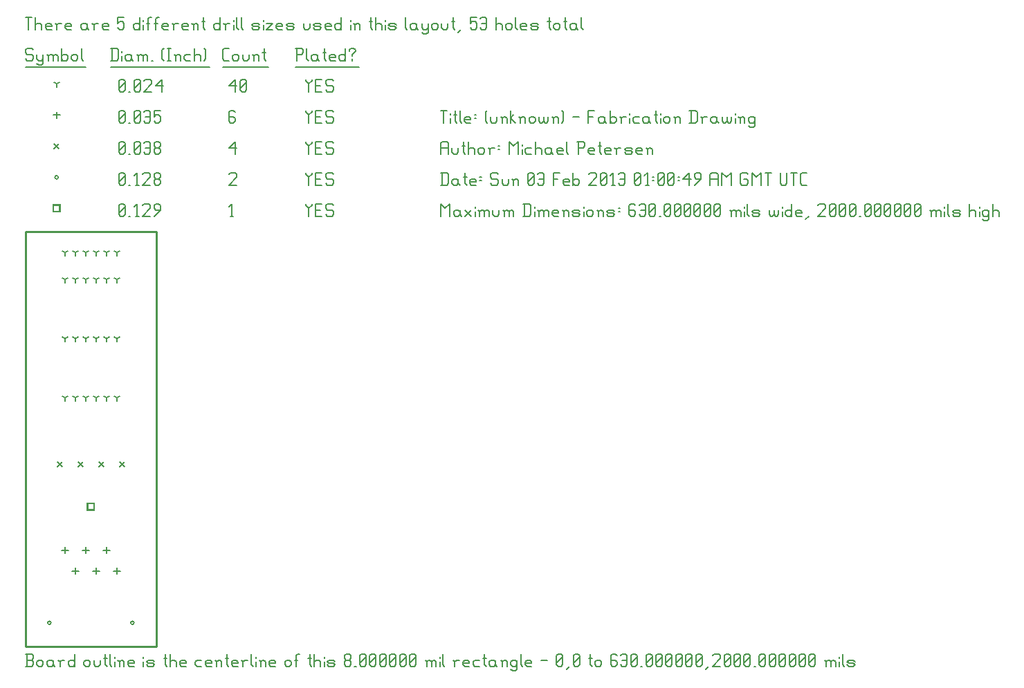
<source format=gbr>
G04 start of page 10 for group -3984 idx -3984 *
G04 Title: (unknown), fab *
G04 Creator: pcb 20110918 *
G04 CreationDate: Sun 03 Feb 2013 01:00:49 AM GMT UTC *
G04 For: petersen *
G04 Format: Gerber/RS-274X *
G04 PCB-Dimensions: 63000 200000 *
G04 PCB-Coordinate-Origin: lower left *
%MOIN*%
%FSLAX25Y25*%
%LNFAB*%
%ADD61C,0.0100*%
%ADD60C,0.0060*%
%ADD59R,0.0080X0.0080*%
G54D59*X29900Y69100D02*X33100D01*
X29900D02*Y65900D01*
X33100D01*
Y69100D02*Y65900D01*
X13400Y212850D02*X16600D01*
X13400D02*Y209650D01*
X16600D01*
Y212850D02*Y209650D01*
G54D60*X135000Y213500D02*Y212750D01*
X136500Y211250D01*
X138000Y212750D01*
Y213500D02*Y212750D01*
X136500Y211250D02*Y207500D01*
X139800Y210500D02*X142050D01*
X139800Y207500D02*X142800D01*
X139800Y213500D02*Y207500D01*
Y213500D02*X142800D01*
X147600D02*X148350Y212750D01*
X145350Y213500D02*X147600D01*
X144600Y212750D02*X145350Y213500D01*
X144600Y212750D02*Y211250D01*
X145350Y210500D01*
X147600D01*
X148350Y209750D01*
Y208250D01*
X147600Y207500D02*X148350Y208250D01*
X145350Y207500D02*X147600D01*
X144600Y208250D02*X145350Y207500D01*
X98750D02*X100250D01*
X99500Y213500D02*Y207500D01*
X98000Y212000D02*X99500Y213500D01*
X45000Y208250D02*X45750Y207500D01*
X45000Y212750D02*Y208250D01*
Y212750D02*X45750Y213500D01*
X47250D01*
X48000Y212750D01*
Y208250D01*
X47250Y207500D02*X48000Y208250D01*
X45750Y207500D02*X47250D01*
X45000Y209000D02*X48000Y212000D01*
X49800Y207500D02*X50550D01*
X53100D02*X54600D01*
X53850Y213500D02*Y207500D01*
X52350Y212000D02*X53850Y213500D01*
X56400Y212750D02*X57150Y213500D01*
X59400D01*
X60150Y212750D01*
Y211250D01*
X56400Y207500D02*X60150Y211250D01*
X56400Y207500D02*X60150D01*
X61950D02*X64950Y210500D01*
Y212750D02*Y210500D01*
X64200Y213500D02*X64950Y212750D01*
X62700Y213500D02*X64200D01*
X61950Y212750D02*X62700Y213500D01*
X61950Y212750D02*Y211250D01*
X62700Y210500D01*
X64950D01*
X10700Y11500D02*G75*G03X12300Y11500I800J0D01*G01*
G75*G03X10700Y11500I-800J0D01*G01*
X50700D02*G75*G03X52300Y11500I800J0D01*G01*
G75*G03X50700Y11500I-800J0D01*G01*
X14200Y226250D02*G75*G03X15800Y226250I800J0D01*G01*
G75*G03X14200Y226250I-800J0D01*G01*
X135000Y228500D02*Y227750D01*
X136500Y226250D01*
X138000Y227750D01*
Y228500D02*Y227750D01*
X136500Y226250D02*Y222500D01*
X139800Y225500D02*X142050D01*
X139800Y222500D02*X142800D01*
X139800Y228500D02*Y222500D01*
Y228500D02*X142800D01*
X147600D02*X148350Y227750D01*
X145350Y228500D02*X147600D01*
X144600Y227750D02*X145350Y228500D01*
X144600Y227750D02*Y226250D01*
X145350Y225500D01*
X147600D01*
X148350Y224750D01*
Y223250D01*
X147600Y222500D02*X148350Y223250D01*
X145350Y222500D02*X147600D01*
X144600Y223250D02*X145350Y222500D01*
X98000Y227750D02*X98750Y228500D01*
X101000D01*
X101750Y227750D01*
Y226250D01*
X98000Y222500D02*X101750Y226250D01*
X98000Y222500D02*X101750D01*
X45000Y223250D02*X45750Y222500D01*
X45000Y227750D02*Y223250D01*
Y227750D02*X45750Y228500D01*
X47250D01*
X48000Y227750D01*
Y223250D01*
X47250Y222500D02*X48000Y223250D01*
X45750Y222500D02*X47250D01*
X45000Y224000D02*X48000Y227000D01*
X49800Y222500D02*X50550D01*
X53100D02*X54600D01*
X53850Y228500D02*Y222500D01*
X52350Y227000D02*X53850Y228500D01*
X56400Y227750D02*X57150Y228500D01*
X59400D01*
X60150Y227750D01*
Y226250D01*
X56400Y222500D02*X60150Y226250D01*
X56400Y222500D02*X60150D01*
X61950Y223250D02*X62700Y222500D01*
X61950Y224750D02*Y223250D01*
Y224750D02*X62700Y225500D01*
X64200D01*
X64950Y224750D01*
Y223250D01*
X64200Y222500D02*X64950Y223250D01*
X62700Y222500D02*X64200D01*
X61950Y226250D02*X62700Y225500D01*
X61950Y227750D02*Y226250D01*
Y227750D02*X62700Y228500D01*
X64200D01*
X64950Y227750D01*
Y226250D01*
X64200Y225500D02*X64950Y226250D01*
X15300Y89200D02*X17700Y86800D01*
X15300D02*X17700Y89200D01*
X25300D02*X27700Y86800D01*
X25300D02*X27700Y89200D01*
X35300D02*X37700Y86800D01*
X35300D02*X37700Y89200D01*
X45300D02*X47700Y86800D01*
X45300D02*X47700Y89200D01*
X13800Y242450D02*X16200Y240050D01*
X13800D02*X16200Y242450D01*
X135000Y243500D02*Y242750D01*
X136500Y241250D01*
X138000Y242750D01*
Y243500D02*Y242750D01*
X136500Y241250D02*Y237500D01*
X139800Y240500D02*X142050D01*
X139800Y237500D02*X142800D01*
X139800Y243500D02*Y237500D01*
Y243500D02*X142800D01*
X147600D02*X148350Y242750D01*
X145350Y243500D02*X147600D01*
X144600Y242750D02*X145350Y243500D01*
X144600Y242750D02*Y241250D01*
X145350Y240500D01*
X147600D01*
X148350Y239750D01*
Y238250D01*
X147600Y237500D02*X148350Y238250D01*
X145350Y237500D02*X147600D01*
X144600Y238250D02*X145350Y237500D01*
X98000Y240500D02*X101000Y243500D01*
X98000Y240500D02*X101750D01*
X101000Y243500D02*Y237500D01*
X45000Y238250D02*X45750Y237500D01*
X45000Y242750D02*Y238250D01*
Y242750D02*X45750Y243500D01*
X47250D01*
X48000Y242750D01*
Y238250D01*
X47250Y237500D02*X48000Y238250D01*
X45750Y237500D02*X47250D01*
X45000Y239000D02*X48000Y242000D01*
X49800Y237500D02*X50550D01*
X52350Y238250D02*X53100Y237500D01*
X52350Y242750D02*Y238250D01*
Y242750D02*X53100Y243500D01*
X54600D01*
X55350Y242750D01*
Y238250D01*
X54600Y237500D02*X55350Y238250D01*
X53100Y237500D02*X54600D01*
X52350Y239000D02*X55350Y242000D01*
X57150Y242750D02*X57900Y243500D01*
X59400D01*
X60150Y242750D01*
Y238250D01*
X59400Y237500D02*X60150Y238250D01*
X57900Y237500D02*X59400D01*
X57150Y238250D02*X57900Y237500D01*
Y240500D02*X60150D01*
X61950Y238250D02*X62700Y237500D01*
X61950Y239750D02*Y238250D01*
Y239750D02*X62700Y240500D01*
X64200D01*
X64950Y239750D01*
Y238250D01*
X64200Y237500D02*X64950Y238250D01*
X62700Y237500D02*X64200D01*
X61950Y241250D02*X62700Y240500D01*
X61950Y242750D02*Y241250D01*
Y242750D02*X62700Y243500D01*
X64200D01*
X64950Y242750D01*
Y241250D01*
X64200Y240500D02*X64950Y241250D01*
X19000Y48100D02*Y44900D01*
X17400Y46500D02*X20600D01*
X24000Y38100D02*Y34900D01*
X22400Y36500D02*X25600D01*
X29000Y48100D02*Y44900D01*
X27400Y46500D02*X30600D01*
X34000Y38100D02*Y34900D01*
X32400Y36500D02*X35600D01*
X39000Y48100D02*Y44900D01*
X37400Y46500D02*X40600D01*
X44000Y38100D02*Y34900D01*
X42400Y36500D02*X45600D01*
X15000Y257850D02*Y254650D01*
X13400Y256250D02*X16600D01*
X135000Y258500D02*Y257750D01*
X136500Y256250D01*
X138000Y257750D01*
Y258500D02*Y257750D01*
X136500Y256250D02*Y252500D01*
X139800Y255500D02*X142050D01*
X139800Y252500D02*X142800D01*
X139800Y258500D02*Y252500D01*
Y258500D02*X142800D01*
X147600D02*X148350Y257750D01*
X145350Y258500D02*X147600D01*
X144600Y257750D02*X145350Y258500D01*
X144600Y257750D02*Y256250D01*
X145350Y255500D01*
X147600D01*
X148350Y254750D01*
Y253250D01*
X147600Y252500D02*X148350Y253250D01*
X145350Y252500D02*X147600D01*
X144600Y253250D02*X145350Y252500D01*
X100250Y258500D02*X101000Y257750D01*
X98750Y258500D02*X100250D01*
X98000Y257750D02*X98750Y258500D01*
X98000Y257750D02*Y253250D01*
X98750Y252500D01*
X100250Y255500D02*X101000Y254750D01*
X98000Y255500D02*X100250D01*
X98750Y252500D02*X100250D01*
X101000Y253250D01*
Y254750D02*Y253250D01*
X45000D02*X45750Y252500D01*
X45000Y257750D02*Y253250D01*
Y257750D02*X45750Y258500D01*
X47250D01*
X48000Y257750D01*
Y253250D01*
X47250Y252500D02*X48000Y253250D01*
X45750Y252500D02*X47250D01*
X45000Y254000D02*X48000Y257000D01*
X49800Y252500D02*X50550D01*
X52350Y253250D02*X53100Y252500D01*
X52350Y257750D02*Y253250D01*
Y257750D02*X53100Y258500D01*
X54600D01*
X55350Y257750D01*
Y253250D01*
X54600Y252500D02*X55350Y253250D01*
X53100Y252500D02*X54600D01*
X52350Y254000D02*X55350Y257000D01*
X57150Y257750D02*X57900Y258500D01*
X59400D01*
X60150Y257750D01*
Y253250D01*
X59400Y252500D02*X60150Y253250D01*
X57900Y252500D02*X59400D01*
X57150Y253250D02*X57900Y252500D01*
Y255500D02*X60150D01*
X61950Y258500D02*X64950D01*
X61950D02*Y255500D01*
X62700Y256250D01*
X64200D01*
X64950Y255500D01*
Y253250D01*
X64200Y252500D02*X64950Y253250D01*
X62700Y252500D02*X64200D01*
X61950Y253250D02*X62700Y252500D01*
X24000Y190000D02*Y188400D01*
Y190000D02*X25387Y190800D01*
X24000Y190000D02*X22613Y190800D01*
X29000Y190000D02*Y188400D01*
Y190000D02*X30387Y190800D01*
X29000Y190000D02*X27613Y190800D01*
X34000Y190000D02*Y188400D01*
Y190000D02*X35387Y190800D01*
X34000Y190000D02*X32613Y190800D01*
X39000Y190000D02*Y188400D01*
Y190000D02*X40387Y190800D01*
X39000Y190000D02*X37613Y190800D01*
X24000Y120000D02*Y118400D01*
Y120000D02*X25387Y120800D01*
X24000Y120000D02*X22613Y120800D01*
X29000Y120000D02*Y118400D01*
Y120000D02*X30387Y120800D01*
X29000Y120000D02*X27613Y120800D01*
X34000Y120000D02*Y118400D01*
Y120000D02*X35387Y120800D01*
X34000Y120000D02*X32613Y120800D01*
X39000Y120000D02*Y118400D01*
Y120000D02*X40387Y120800D01*
X39000Y120000D02*X37613Y120800D01*
X24000Y177000D02*Y175400D01*
Y177000D02*X25387Y177800D01*
X24000Y177000D02*X22613Y177800D01*
X29000Y177000D02*Y175400D01*
Y177000D02*X30387Y177800D01*
X29000Y177000D02*X27613Y177800D01*
X34000Y177000D02*Y175400D01*
Y177000D02*X35387Y177800D01*
X34000Y177000D02*X32613Y177800D01*
X39000Y177000D02*Y175400D01*
Y177000D02*X40387Y177800D01*
X39000Y177000D02*X37613Y177800D01*
X24000Y148500D02*Y146900D01*
Y148500D02*X25387Y149300D01*
X24000Y148500D02*X22613Y149300D01*
X29000Y148500D02*Y146900D01*
Y148500D02*X30387Y149300D01*
X29000Y148500D02*X27613Y149300D01*
X34000Y148500D02*Y146900D01*
Y148500D02*X35387Y149300D01*
X34000Y148500D02*X32613Y149300D01*
X39000Y148500D02*Y146900D01*
Y148500D02*X40387Y149300D01*
X39000Y148500D02*X37613Y149300D01*
X19000Y190000D02*Y188400D01*
Y190000D02*X20387Y190800D01*
X19000Y190000D02*X17613Y190800D01*
X24000Y190000D02*Y188400D01*
Y190000D02*X25387Y190800D01*
X24000Y190000D02*X22613Y190800D01*
X29000Y190000D02*Y188400D01*
Y190000D02*X30387Y190800D01*
X29000Y190000D02*X27613Y190800D01*
X34000Y190000D02*Y188400D01*
Y190000D02*X35387Y190800D01*
X34000Y190000D02*X32613Y190800D01*
X39000Y190000D02*Y188400D01*
Y190000D02*X40387Y190800D01*
X39000Y190000D02*X37613Y190800D01*
X44000Y190000D02*Y188400D01*
Y190000D02*X45387Y190800D01*
X44000Y190000D02*X42613Y190800D01*
X19000Y148500D02*Y146900D01*
Y148500D02*X20387Y149300D01*
X19000Y148500D02*X17613Y149300D01*
X24000Y148500D02*Y146900D01*
Y148500D02*X25387Y149300D01*
X24000Y148500D02*X22613Y149300D01*
X29000Y148500D02*Y146900D01*
Y148500D02*X30387Y149300D01*
X29000Y148500D02*X27613Y149300D01*
X34000Y148500D02*Y146900D01*
Y148500D02*X35387Y149300D01*
X34000Y148500D02*X32613Y149300D01*
X39000Y148500D02*Y146900D01*
Y148500D02*X40387Y149300D01*
X39000Y148500D02*X37613Y149300D01*
X44000Y148500D02*Y146900D01*
Y148500D02*X45387Y149300D01*
X44000Y148500D02*X42613Y149300D01*
X19000Y120000D02*Y118400D01*
Y120000D02*X20387Y120800D01*
X19000Y120000D02*X17613Y120800D01*
X24000Y120000D02*Y118400D01*
Y120000D02*X25387Y120800D01*
X24000Y120000D02*X22613Y120800D01*
X29000Y120000D02*Y118400D01*
Y120000D02*X30387Y120800D01*
X29000Y120000D02*X27613Y120800D01*
X34000Y120000D02*Y118400D01*
Y120000D02*X35387Y120800D01*
X34000Y120000D02*X32613Y120800D01*
X39000Y120000D02*Y118400D01*
Y120000D02*X40387Y120800D01*
X39000Y120000D02*X37613Y120800D01*
X44000Y120000D02*Y118400D01*
Y120000D02*X45387Y120800D01*
X44000Y120000D02*X42613Y120800D01*
X19000Y177000D02*Y175400D01*
Y177000D02*X20387Y177800D01*
X19000Y177000D02*X17613Y177800D01*
X24000Y177000D02*Y175400D01*
Y177000D02*X25387Y177800D01*
X24000Y177000D02*X22613Y177800D01*
X29000Y177000D02*Y175400D01*
Y177000D02*X30387Y177800D01*
X29000Y177000D02*X27613Y177800D01*
X34000Y177000D02*Y175400D01*
Y177000D02*X35387Y177800D01*
X34000Y177000D02*X32613Y177800D01*
X39000Y177000D02*Y175400D01*
Y177000D02*X40387Y177800D01*
X39000Y177000D02*X37613Y177800D01*
X44000Y177000D02*Y175400D01*
Y177000D02*X45387Y177800D01*
X44000Y177000D02*X42613Y177800D01*
X15000Y271250D02*Y269650D01*
Y271250D02*X16387Y272050D01*
X15000Y271250D02*X13613Y272050D01*
X135000Y273500D02*Y272750D01*
X136500Y271250D01*
X138000Y272750D01*
Y273500D02*Y272750D01*
X136500Y271250D02*Y267500D01*
X139800Y270500D02*X142050D01*
X139800Y267500D02*X142800D01*
X139800Y273500D02*Y267500D01*
Y273500D02*X142800D01*
X147600D02*X148350Y272750D01*
X145350Y273500D02*X147600D01*
X144600Y272750D02*X145350Y273500D01*
X144600Y272750D02*Y271250D01*
X145350Y270500D01*
X147600D01*
X148350Y269750D01*
Y268250D01*
X147600Y267500D02*X148350Y268250D01*
X145350Y267500D02*X147600D01*
X144600Y268250D02*X145350Y267500D01*
X98000Y270500D02*X101000Y273500D01*
X98000Y270500D02*X101750D01*
X101000Y273500D02*Y267500D01*
X103550Y268250D02*X104300Y267500D01*
X103550Y272750D02*Y268250D01*
Y272750D02*X104300Y273500D01*
X105800D01*
X106550Y272750D01*
Y268250D01*
X105800Y267500D02*X106550Y268250D01*
X104300Y267500D02*X105800D01*
X103550Y269000D02*X106550Y272000D01*
X45000Y268250D02*X45750Y267500D01*
X45000Y272750D02*Y268250D01*
Y272750D02*X45750Y273500D01*
X47250D01*
X48000Y272750D01*
Y268250D01*
X47250Y267500D02*X48000Y268250D01*
X45750Y267500D02*X47250D01*
X45000Y269000D02*X48000Y272000D01*
X49800Y267500D02*X50550D01*
X52350Y268250D02*X53100Y267500D01*
X52350Y272750D02*Y268250D01*
Y272750D02*X53100Y273500D01*
X54600D01*
X55350Y272750D01*
Y268250D01*
X54600Y267500D02*X55350Y268250D01*
X53100Y267500D02*X54600D01*
X52350Y269000D02*X55350Y272000D01*
X57150Y272750D02*X57900Y273500D01*
X60150D01*
X60900Y272750D01*
Y271250D01*
X57150Y267500D02*X60900Y271250D01*
X57150Y267500D02*X60900D01*
X62700Y270500D02*X65700Y273500D01*
X62700Y270500D02*X66450D01*
X65700Y273500D02*Y267500D01*
X3000Y288500D02*X3750Y287750D01*
X750Y288500D02*X3000D01*
X0Y287750D02*X750Y288500D01*
X0Y287750D02*Y286250D01*
X750Y285500D01*
X3000D01*
X3750Y284750D01*
Y283250D01*
X3000Y282500D02*X3750Y283250D01*
X750Y282500D02*X3000D01*
X0Y283250D02*X750Y282500D01*
X5550Y285500D02*Y283250D01*
X6300Y282500D01*
X8550Y285500D02*Y281000D01*
X7800Y280250D02*X8550Y281000D01*
X6300Y280250D02*X7800D01*
X5550Y281000D02*X6300Y280250D01*
Y282500D02*X7800D01*
X8550Y283250D01*
X11100Y284750D02*Y282500D01*
Y284750D02*X11850Y285500D01*
X12600D01*
X13350Y284750D01*
Y282500D01*
Y284750D02*X14100Y285500D01*
X14850D01*
X15600Y284750D01*
Y282500D01*
X10350Y285500D02*X11100Y284750D01*
X17400Y288500D02*Y282500D01*
Y283250D02*X18150Y282500D01*
X19650D01*
X20400Y283250D01*
Y284750D02*Y283250D01*
X19650Y285500D02*X20400Y284750D01*
X18150Y285500D02*X19650D01*
X17400Y284750D02*X18150Y285500D01*
X22200Y284750D02*Y283250D01*
Y284750D02*X22950Y285500D01*
X24450D01*
X25200Y284750D01*
Y283250D01*
X24450Y282500D02*X25200Y283250D01*
X22950Y282500D02*X24450D01*
X22200Y283250D02*X22950Y282500D01*
X27000Y288500D02*Y283250D01*
X27750Y282500D01*
X0Y279250D02*X29250D01*
X41750Y288500D02*Y282500D01*
X44000Y288500D02*X44750Y287750D01*
Y283250D01*
X44000Y282500D02*X44750Y283250D01*
X41000Y282500D02*X44000D01*
X41000Y288500D02*X44000D01*
X46550Y287000D02*Y286250D01*
Y284750D02*Y282500D01*
X50300Y285500D02*X51050Y284750D01*
X48800Y285500D02*X50300D01*
X48050Y284750D02*X48800Y285500D01*
X48050Y284750D02*Y283250D01*
X48800Y282500D01*
X51050Y285500D02*Y283250D01*
X51800Y282500D01*
X48800D02*X50300D01*
X51050Y283250D01*
X54350Y284750D02*Y282500D01*
Y284750D02*X55100Y285500D01*
X55850D01*
X56600Y284750D01*
Y282500D01*
Y284750D02*X57350Y285500D01*
X58100D01*
X58850Y284750D01*
Y282500D01*
X53600Y285500D02*X54350Y284750D01*
X60650Y282500D02*X61400D01*
X65900Y283250D02*X66650Y282500D01*
X65900Y287750D02*X66650Y288500D01*
X65900Y287750D02*Y283250D01*
X68450Y288500D02*X69950D01*
X69200D02*Y282500D01*
X68450D02*X69950D01*
X72500Y284750D02*Y282500D01*
Y284750D02*X73250Y285500D01*
X74000D01*
X74750Y284750D01*
Y282500D01*
X71750Y285500D02*X72500Y284750D01*
X77300Y285500D02*X79550D01*
X76550Y284750D02*X77300Y285500D01*
X76550Y284750D02*Y283250D01*
X77300Y282500D01*
X79550D01*
X81350Y288500D02*Y282500D01*
Y284750D02*X82100Y285500D01*
X83600D01*
X84350Y284750D01*
Y282500D01*
X86150Y288500D02*X86900Y287750D01*
Y283250D01*
X86150Y282500D02*X86900Y283250D01*
X41000Y279250D02*X88700D01*
X95750Y282500D02*X98000D01*
X95000Y283250D02*X95750Y282500D01*
X95000Y287750D02*Y283250D01*
Y287750D02*X95750Y288500D01*
X98000D01*
X99800Y284750D02*Y283250D01*
Y284750D02*X100550Y285500D01*
X102050D01*
X102800Y284750D01*
Y283250D01*
X102050Y282500D02*X102800Y283250D01*
X100550Y282500D02*X102050D01*
X99800Y283250D02*X100550Y282500D01*
X104600Y285500D02*Y283250D01*
X105350Y282500D01*
X106850D01*
X107600Y283250D01*
Y285500D02*Y283250D01*
X110150Y284750D02*Y282500D01*
Y284750D02*X110900Y285500D01*
X111650D01*
X112400Y284750D01*
Y282500D01*
X109400Y285500D02*X110150Y284750D01*
X114950Y288500D02*Y283250D01*
X115700Y282500D01*
X114200Y286250D02*X115700D01*
X95000Y279250D02*X117200D01*
X130750Y288500D02*Y282500D01*
X130000Y288500D02*X133000D01*
X133750Y287750D01*
Y286250D01*
X133000Y285500D02*X133750Y286250D01*
X130750Y285500D02*X133000D01*
X135550Y288500D02*Y283250D01*
X136300Y282500D01*
X140050Y285500D02*X140800Y284750D01*
X138550Y285500D02*X140050D01*
X137800Y284750D02*X138550Y285500D01*
X137800Y284750D02*Y283250D01*
X138550Y282500D01*
X140800Y285500D02*Y283250D01*
X141550Y282500D01*
X138550D02*X140050D01*
X140800Y283250D01*
X144100Y288500D02*Y283250D01*
X144850Y282500D01*
X143350Y286250D02*X144850D01*
X147100Y282500D02*X149350D01*
X146350Y283250D02*X147100Y282500D01*
X146350Y284750D02*Y283250D01*
Y284750D02*X147100Y285500D01*
X148600D01*
X149350Y284750D01*
X146350Y284000D02*X149350D01*
Y284750D02*Y284000D01*
X154150Y288500D02*Y282500D01*
X153400D02*X154150Y283250D01*
X151900Y282500D02*X153400D01*
X151150Y283250D02*X151900Y282500D01*
X151150Y284750D02*Y283250D01*
Y284750D02*X151900Y285500D01*
X153400D01*
X154150Y284750D01*
X157450Y285500D02*Y284750D01*
Y283250D02*Y282500D01*
X155950Y287750D02*Y287000D01*
Y287750D02*X156700Y288500D01*
X158200D01*
X158950Y287750D01*
Y287000D01*
X157450Y285500D02*X158950Y287000D01*
X130000Y279250D02*X160750D01*
X0Y303500D02*X3000D01*
X1500D02*Y297500D01*
X4800Y303500D02*Y297500D01*
Y299750D02*X5550Y300500D01*
X7050D01*
X7800Y299750D01*
Y297500D01*
X10350D02*X12600D01*
X9600Y298250D02*X10350Y297500D01*
X9600Y299750D02*Y298250D01*
Y299750D02*X10350Y300500D01*
X11850D01*
X12600Y299750D01*
X9600Y299000D02*X12600D01*
Y299750D02*Y299000D01*
X15150Y299750D02*Y297500D01*
Y299750D02*X15900Y300500D01*
X17400D01*
X14400D02*X15150Y299750D01*
X19950Y297500D02*X22200D01*
X19200Y298250D02*X19950Y297500D01*
X19200Y299750D02*Y298250D01*
Y299750D02*X19950Y300500D01*
X21450D01*
X22200Y299750D01*
X19200Y299000D02*X22200D01*
Y299750D02*Y299000D01*
X28950Y300500D02*X29700Y299750D01*
X27450Y300500D02*X28950D01*
X26700Y299750D02*X27450Y300500D01*
X26700Y299750D02*Y298250D01*
X27450Y297500D01*
X29700Y300500D02*Y298250D01*
X30450Y297500D01*
X27450D02*X28950D01*
X29700Y298250D01*
X33000Y299750D02*Y297500D01*
Y299750D02*X33750Y300500D01*
X35250D01*
X32250D02*X33000Y299750D01*
X37800Y297500D02*X40050D01*
X37050Y298250D02*X37800Y297500D01*
X37050Y299750D02*Y298250D01*
Y299750D02*X37800Y300500D01*
X39300D01*
X40050Y299750D01*
X37050Y299000D02*X40050D01*
Y299750D02*Y299000D01*
X44550Y303500D02*X47550D01*
X44550D02*Y300500D01*
X45300Y301250D01*
X46800D01*
X47550Y300500D01*
Y298250D01*
X46800Y297500D02*X47550Y298250D01*
X45300Y297500D02*X46800D01*
X44550Y298250D02*X45300Y297500D01*
X55050Y303500D02*Y297500D01*
X54300D02*X55050Y298250D01*
X52800Y297500D02*X54300D01*
X52050Y298250D02*X52800Y297500D01*
X52050Y299750D02*Y298250D01*
Y299750D02*X52800Y300500D01*
X54300D01*
X55050Y299750D01*
X56850Y302000D02*Y301250D01*
Y299750D02*Y297500D01*
X59100Y302750D02*Y297500D01*
Y302750D02*X59850Y303500D01*
X60600D01*
X58350Y300500D02*X59850D01*
X62850Y302750D02*Y297500D01*
Y302750D02*X63600Y303500D01*
X64350D01*
X62100Y300500D02*X63600D01*
X66600Y297500D02*X68850D01*
X65850Y298250D02*X66600Y297500D01*
X65850Y299750D02*Y298250D01*
Y299750D02*X66600Y300500D01*
X68100D01*
X68850Y299750D01*
X65850Y299000D02*X68850D01*
Y299750D02*Y299000D01*
X71400Y299750D02*Y297500D01*
Y299750D02*X72150Y300500D01*
X73650D01*
X70650D02*X71400Y299750D01*
X76200Y297500D02*X78450D01*
X75450Y298250D02*X76200Y297500D01*
X75450Y299750D02*Y298250D01*
Y299750D02*X76200Y300500D01*
X77700D01*
X78450Y299750D01*
X75450Y299000D02*X78450D01*
Y299750D02*Y299000D01*
X81000Y299750D02*Y297500D01*
Y299750D02*X81750Y300500D01*
X82500D01*
X83250Y299750D01*
Y297500D01*
X80250Y300500D02*X81000Y299750D01*
X85800Y303500D02*Y298250D01*
X86550Y297500D01*
X85050Y301250D02*X86550D01*
X93750Y303500D02*Y297500D01*
X93000D02*X93750Y298250D01*
X91500Y297500D02*X93000D01*
X90750Y298250D02*X91500Y297500D01*
X90750Y299750D02*Y298250D01*
Y299750D02*X91500Y300500D01*
X93000D01*
X93750Y299750D01*
X96300D02*Y297500D01*
Y299750D02*X97050Y300500D01*
X98550D01*
X95550D02*X96300Y299750D01*
X100350Y302000D02*Y301250D01*
Y299750D02*Y297500D01*
X101850Y303500D02*Y298250D01*
X102600Y297500D01*
X104100Y303500D02*Y298250D01*
X104850Y297500D01*
X109800D02*X112050D01*
X112800Y298250D01*
X112050Y299000D02*X112800Y298250D01*
X109800Y299000D02*X112050D01*
X109050Y299750D02*X109800Y299000D01*
X109050Y299750D02*X109800Y300500D01*
X112050D01*
X112800Y299750D01*
X109050Y298250D02*X109800Y297500D01*
X114600Y302000D02*Y301250D01*
Y299750D02*Y297500D01*
X116100Y300500D02*X119100D01*
X116100Y297500D02*X119100Y300500D01*
X116100Y297500D02*X119100D01*
X121650D02*X123900D01*
X120900Y298250D02*X121650Y297500D01*
X120900Y299750D02*Y298250D01*
Y299750D02*X121650Y300500D01*
X123150D01*
X123900Y299750D01*
X120900Y299000D02*X123900D01*
Y299750D02*Y299000D01*
X126450Y297500D02*X128700D01*
X129450Y298250D01*
X128700Y299000D02*X129450Y298250D01*
X126450Y299000D02*X128700D01*
X125700Y299750D02*X126450Y299000D01*
X125700Y299750D02*X126450Y300500D01*
X128700D01*
X129450Y299750D01*
X125700Y298250D02*X126450Y297500D01*
X133950Y300500D02*Y298250D01*
X134700Y297500D01*
X136200D01*
X136950Y298250D01*
Y300500D02*Y298250D01*
X139500Y297500D02*X141750D01*
X142500Y298250D01*
X141750Y299000D02*X142500Y298250D01*
X139500Y299000D02*X141750D01*
X138750Y299750D02*X139500Y299000D01*
X138750Y299750D02*X139500Y300500D01*
X141750D01*
X142500Y299750D01*
X138750Y298250D02*X139500Y297500D01*
X145050D02*X147300D01*
X144300Y298250D02*X145050Y297500D01*
X144300Y299750D02*Y298250D01*
Y299750D02*X145050Y300500D01*
X146550D01*
X147300Y299750D01*
X144300Y299000D02*X147300D01*
Y299750D02*Y299000D01*
X152100Y303500D02*Y297500D01*
X151350D02*X152100Y298250D01*
X149850Y297500D02*X151350D01*
X149100Y298250D02*X149850Y297500D01*
X149100Y299750D02*Y298250D01*
Y299750D02*X149850Y300500D01*
X151350D01*
X152100Y299750D01*
X156600Y302000D02*Y301250D01*
Y299750D02*Y297500D01*
X158850Y299750D02*Y297500D01*
Y299750D02*X159600Y300500D01*
X160350D01*
X161100Y299750D01*
Y297500D01*
X158100Y300500D02*X158850Y299750D01*
X166350Y303500D02*Y298250D01*
X167100Y297500D01*
X165600Y301250D02*X167100D01*
X168600Y303500D02*Y297500D01*
Y299750D02*X169350Y300500D01*
X170850D01*
X171600Y299750D01*
Y297500D01*
X173400Y302000D02*Y301250D01*
Y299750D02*Y297500D01*
X175650D02*X177900D01*
X178650Y298250D01*
X177900Y299000D02*X178650Y298250D01*
X175650Y299000D02*X177900D01*
X174900Y299750D02*X175650Y299000D01*
X174900Y299750D02*X175650Y300500D01*
X177900D01*
X178650Y299750D01*
X174900Y298250D02*X175650Y297500D01*
X183150Y303500D02*Y298250D01*
X183900Y297500D01*
X187650Y300500D02*X188400Y299750D01*
X186150Y300500D02*X187650D01*
X185400Y299750D02*X186150Y300500D01*
X185400Y299750D02*Y298250D01*
X186150Y297500D01*
X188400Y300500D02*Y298250D01*
X189150Y297500D01*
X186150D02*X187650D01*
X188400Y298250D01*
X190950Y300500D02*Y298250D01*
X191700Y297500D01*
X193950Y300500D02*Y296000D01*
X193200Y295250D02*X193950Y296000D01*
X191700Y295250D02*X193200D01*
X190950Y296000D02*X191700Y295250D01*
Y297500D02*X193200D01*
X193950Y298250D01*
X195750Y299750D02*Y298250D01*
Y299750D02*X196500Y300500D01*
X198000D01*
X198750Y299750D01*
Y298250D01*
X198000Y297500D02*X198750Y298250D01*
X196500Y297500D02*X198000D01*
X195750Y298250D02*X196500Y297500D01*
X200550Y300500D02*Y298250D01*
X201300Y297500D01*
X202800D01*
X203550Y298250D01*
Y300500D02*Y298250D01*
X206100Y303500D02*Y298250D01*
X206850Y297500D01*
X205350Y301250D02*X206850D01*
X208350Y296000D02*X209850Y297500D01*
X214350Y303500D02*X217350D01*
X214350D02*Y300500D01*
X215100Y301250D01*
X216600D01*
X217350Y300500D01*
Y298250D01*
X216600Y297500D02*X217350Y298250D01*
X215100Y297500D02*X216600D01*
X214350Y298250D02*X215100Y297500D01*
X219150Y302750D02*X219900Y303500D01*
X221400D01*
X222150Y302750D01*
Y298250D01*
X221400Y297500D02*X222150Y298250D01*
X219900Y297500D02*X221400D01*
X219150Y298250D02*X219900Y297500D01*
Y300500D02*X222150D01*
X226650Y303500D02*Y297500D01*
Y299750D02*X227400Y300500D01*
X228900D01*
X229650Y299750D01*
Y297500D01*
X231450Y299750D02*Y298250D01*
Y299750D02*X232200Y300500D01*
X233700D01*
X234450Y299750D01*
Y298250D01*
X233700Y297500D02*X234450Y298250D01*
X232200Y297500D02*X233700D01*
X231450Y298250D02*X232200Y297500D01*
X236250Y303500D02*Y298250D01*
X237000Y297500D01*
X239250D02*X241500D01*
X238500Y298250D02*X239250Y297500D01*
X238500Y299750D02*Y298250D01*
Y299750D02*X239250Y300500D01*
X240750D01*
X241500Y299750D01*
X238500Y299000D02*X241500D01*
Y299750D02*Y299000D01*
X244050Y297500D02*X246300D01*
X247050Y298250D01*
X246300Y299000D02*X247050Y298250D01*
X244050Y299000D02*X246300D01*
X243300Y299750D02*X244050Y299000D01*
X243300Y299750D02*X244050Y300500D01*
X246300D01*
X247050Y299750D01*
X243300Y298250D02*X244050Y297500D01*
X252300Y303500D02*Y298250D01*
X253050Y297500D01*
X251550Y301250D02*X253050D01*
X254550Y299750D02*Y298250D01*
Y299750D02*X255300Y300500D01*
X256800D01*
X257550Y299750D01*
Y298250D01*
X256800Y297500D02*X257550Y298250D01*
X255300Y297500D02*X256800D01*
X254550Y298250D02*X255300Y297500D01*
X260100Y303500D02*Y298250D01*
X260850Y297500D01*
X259350Y301250D02*X260850D01*
X264600Y300500D02*X265350Y299750D01*
X263100Y300500D02*X264600D01*
X262350Y299750D02*X263100Y300500D01*
X262350Y299750D02*Y298250D01*
X263100Y297500D01*
X265350Y300500D02*Y298250D01*
X266100Y297500D01*
X263100D02*X264600D01*
X265350Y298250D01*
X267900Y303500D02*Y298250D01*
X268650Y297500D01*
G54D61*X0Y200000D02*X63000D01*
X0D02*Y0D01*
X63000Y200000D02*Y0D01*
X0D02*X63000D01*
G54D60*X200000Y213500D02*Y207500D01*
Y213500D02*X202250Y211250D01*
X204500Y213500D01*
Y207500D01*
X208550Y210500D02*X209300Y209750D01*
X207050Y210500D02*X208550D01*
X206300Y209750D02*X207050Y210500D01*
X206300Y209750D02*Y208250D01*
X207050Y207500D01*
X209300Y210500D02*Y208250D01*
X210050Y207500D01*
X207050D02*X208550D01*
X209300Y208250D01*
X211850Y210500D02*X214850Y207500D01*
X211850D02*X214850Y210500D01*
X216650Y212000D02*Y211250D01*
Y209750D02*Y207500D01*
X218900Y209750D02*Y207500D01*
Y209750D02*X219650Y210500D01*
X220400D01*
X221150Y209750D01*
Y207500D01*
Y209750D02*X221900Y210500D01*
X222650D01*
X223400Y209750D01*
Y207500D01*
X218150Y210500D02*X218900Y209750D01*
X225200Y210500D02*Y208250D01*
X225950Y207500D01*
X227450D01*
X228200Y208250D01*
Y210500D02*Y208250D01*
X230750Y209750D02*Y207500D01*
Y209750D02*X231500Y210500D01*
X232250D01*
X233000Y209750D01*
Y207500D01*
Y209750D02*X233750Y210500D01*
X234500D01*
X235250Y209750D01*
Y207500D01*
X230000Y210500D02*X230750Y209750D01*
X240500Y213500D02*Y207500D01*
X242750Y213500D02*X243500Y212750D01*
Y208250D01*
X242750Y207500D02*X243500Y208250D01*
X239750Y207500D02*X242750D01*
X239750Y213500D02*X242750D01*
X245300Y212000D02*Y211250D01*
Y209750D02*Y207500D01*
X247550Y209750D02*Y207500D01*
Y209750D02*X248300Y210500D01*
X249050D01*
X249800Y209750D01*
Y207500D01*
Y209750D02*X250550Y210500D01*
X251300D01*
X252050Y209750D01*
Y207500D01*
X246800Y210500D02*X247550Y209750D01*
X254600Y207500D02*X256850D01*
X253850Y208250D02*X254600Y207500D01*
X253850Y209750D02*Y208250D01*
Y209750D02*X254600Y210500D01*
X256100D01*
X256850Y209750D01*
X253850Y209000D02*X256850D01*
Y209750D02*Y209000D01*
X259400Y209750D02*Y207500D01*
Y209750D02*X260150Y210500D01*
X260900D01*
X261650Y209750D01*
Y207500D01*
X258650Y210500D02*X259400Y209750D01*
X264200Y207500D02*X266450D01*
X267200Y208250D01*
X266450Y209000D02*X267200Y208250D01*
X264200Y209000D02*X266450D01*
X263450Y209750D02*X264200Y209000D01*
X263450Y209750D02*X264200Y210500D01*
X266450D01*
X267200Y209750D01*
X263450Y208250D02*X264200Y207500D01*
X269000Y212000D02*Y211250D01*
Y209750D02*Y207500D01*
X270500Y209750D02*Y208250D01*
Y209750D02*X271250Y210500D01*
X272750D01*
X273500Y209750D01*
Y208250D01*
X272750Y207500D02*X273500Y208250D01*
X271250Y207500D02*X272750D01*
X270500Y208250D02*X271250Y207500D01*
X276050Y209750D02*Y207500D01*
Y209750D02*X276800Y210500D01*
X277550D01*
X278300Y209750D01*
Y207500D01*
X275300Y210500D02*X276050Y209750D01*
X280850Y207500D02*X283100D01*
X283850Y208250D01*
X283100Y209000D02*X283850Y208250D01*
X280850Y209000D02*X283100D01*
X280100Y209750D02*X280850Y209000D01*
X280100Y209750D02*X280850Y210500D01*
X283100D01*
X283850Y209750D01*
X280100Y208250D02*X280850Y207500D01*
X285650Y211250D02*X286400D01*
X285650Y209750D02*X286400D01*
X293150Y213500D02*X293900Y212750D01*
X291650Y213500D02*X293150D01*
X290900Y212750D02*X291650Y213500D01*
X290900Y212750D02*Y208250D01*
X291650Y207500D01*
X293150Y210500D02*X293900Y209750D01*
X290900Y210500D02*X293150D01*
X291650Y207500D02*X293150D01*
X293900Y208250D01*
Y209750D02*Y208250D01*
X295700Y212750D02*X296450Y213500D01*
X297950D01*
X298700Y212750D01*
Y208250D01*
X297950Y207500D02*X298700Y208250D01*
X296450Y207500D02*X297950D01*
X295700Y208250D02*X296450Y207500D01*
Y210500D02*X298700D01*
X300500Y208250D02*X301250Y207500D01*
X300500Y212750D02*Y208250D01*
Y212750D02*X301250Y213500D01*
X302750D01*
X303500Y212750D01*
Y208250D01*
X302750Y207500D02*X303500Y208250D01*
X301250Y207500D02*X302750D01*
X300500Y209000D02*X303500Y212000D01*
X305300Y207500D02*X306050D01*
X307850Y208250D02*X308600Y207500D01*
X307850Y212750D02*Y208250D01*
Y212750D02*X308600Y213500D01*
X310100D01*
X310850Y212750D01*
Y208250D01*
X310100Y207500D02*X310850Y208250D01*
X308600Y207500D02*X310100D01*
X307850Y209000D02*X310850Y212000D01*
X312650Y208250D02*X313400Y207500D01*
X312650Y212750D02*Y208250D01*
Y212750D02*X313400Y213500D01*
X314900D01*
X315650Y212750D01*
Y208250D01*
X314900Y207500D02*X315650Y208250D01*
X313400Y207500D02*X314900D01*
X312650Y209000D02*X315650Y212000D01*
X317450Y208250D02*X318200Y207500D01*
X317450Y212750D02*Y208250D01*
Y212750D02*X318200Y213500D01*
X319700D01*
X320450Y212750D01*
Y208250D01*
X319700Y207500D02*X320450Y208250D01*
X318200Y207500D02*X319700D01*
X317450Y209000D02*X320450Y212000D01*
X322250Y208250D02*X323000Y207500D01*
X322250Y212750D02*Y208250D01*
Y212750D02*X323000Y213500D01*
X324500D01*
X325250Y212750D01*
Y208250D01*
X324500Y207500D02*X325250Y208250D01*
X323000Y207500D02*X324500D01*
X322250Y209000D02*X325250Y212000D01*
X327050Y208250D02*X327800Y207500D01*
X327050Y212750D02*Y208250D01*
Y212750D02*X327800Y213500D01*
X329300D01*
X330050Y212750D01*
Y208250D01*
X329300Y207500D02*X330050Y208250D01*
X327800Y207500D02*X329300D01*
X327050Y209000D02*X330050Y212000D01*
X331850Y208250D02*X332600Y207500D01*
X331850Y212750D02*Y208250D01*
Y212750D02*X332600Y213500D01*
X334100D01*
X334850Y212750D01*
Y208250D01*
X334100Y207500D02*X334850Y208250D01*
X332600Y207500D02*X334100D01*
X331850Y209000D02*X334850Y212000D01*
X340100Y209750D02*Y207500D01*
Y209750D02*X340850Y210500D01*
X341600D01*
X342350Y209750D01*
Y207500D01*
Y209750D02*X343100Y210500D01*
X343850D01*
X344600Y209750D01*
Y207500D01*
X339350Y210500D02*X340100Y209750D01*
X346400Y212000D02*Y211250D01*
Y209750D02*Y207500D01*
X347900Y213500D02*Y208250D01*
X348650Y207500D01*
X350900D02*X353150D01*
X353900Y208250D01*
X353150Y209000D02*X353900Y208250D01*
X350900Y209000D02*X353150D01*
X350150Y209750D02*X350900Y209000D01*
X350150Y209750D02*X350900Y210500D01*
X353150D01*
X353900Y209750D01*
X350150Y208250D02*X350900Y207500D01*
X358400Y210500D02*Y208250D01*
X359150Y207500D01*
X359900D01*
X360650Y208250D01*
Y210500D02*Y208250D01*
X361400Y207500D01*
X362150D01*
X362900Y208250D01*
Y210500D02*Y208250D01*
X364700Y212000D02*Y211250D01*
Y209750D02*Y207500D01*
X369200Y213500D02*Y207500D01*
X368450D02*X369200Y208250D01*
X366950Y207500D02*X368450D01*
X366200Y208250D02*X366950Y207500D01*
X366200Y209750D02*Y208250D01*
Y209750D02*X366950Y210500D01*
X368450D01*
X369200Y209750D01*
X371750Y207500D02*X374000D01*
X371000Y208250D02*X371750Y207500D01*
X371000Y209750D02*Y208250D01*
Y209750D02*X371750Y210500D01*
X373250D01*
X374000Y209750D01*
X371000Y209000D02*X374000D01*
Y209750D02*Y209000D01*
X375800Y206000D02*X377300Y207500D01*
X381800Y212750D02*X382550Y213500D01*
X384800D01*
X385550Y212750D01*
Y211250D01*
X381800Y207500D02*X385550Y211250D01*
X381800Y207500D02*X385550D01*
X387350Y208250D02*X388100Y207500D01*
X387350Y212750D02*Y208250D01*
Y212750D02*X388100Y213500D01*
X389600D01*
X390350Y212750D01*
Y208250D01*
X389600Y207500D02*X390350Y208250D01*
X388100Y207500D02*X389600D01*
X387350Y209000D02*X390350Y212000D01*
X392150Y208250D02*X392900Y207500D01*
X392150Y212750D02*Y208250D01*
Y212750D02*X392900Y213500D01*
X394400D01*
X395150Y212750D01*
Y208250D01*
X394400Y207500D02*X395150Y208250D01*
X392900Y207500D02*X394400D01*
X392150Y209000D02*X395150Y212000D01*
X396950Y208250D02*X397700Y207500D01*
X396950Y212750D02*Y208250D01*
Y212750D02*X397700Y213500D01*
X399200D01*
X399950Y212750D01*
Y208250D01*
X399200Y207500D02*X399950Y208250D01*
X397700Y207500D02*X399200D01*
X396950Y209000D02*X399950Y212000D01*
X401750Y207500D02*X402500D01*
X404300Y208250D02*X405050Y207500D01*
X404300Y212750D02*Y208250D01*
Y212750D02*X405050Y213500D01*
X406550D01*
X407300Y212750D01*
Y208250D01*
X406550Y207500D02*X407300Y208250D01*
X405050Y207500D02*X406550D01*
X404300Y209000D02*X407300Y212000D01*
X409100Y208250D02*X409850Y207500D01*
X409100Y212750D02*Y208250D01*
Y212750D02*X409850Y213500D01*
X411350D01*
X412100Y212750D01*
Y208250D01*
X411350Y207500D02*X412100Y208250D01*
X409850Y207500D02*X411350D01*
X409100Y209000D02*X412100Y212000D01*
X413900Y208250D02*X414650Y207500D01*
X413900Y212750D02*Y208250D01*
Y212750D02*X414650Y213500D01*
X416150D01*
X416900Y212750D01*
Y208250D01*
X416150Y207500D02*X416900Y208250D01*
X414650Y207500D02*X416150D01*
X413900Y209000D02*X416900Y212000D01*
X418700Y208250D02*X419450Y207500D01*
X418700Y212750D02*Y208250D01*
Y212750D02*X419450Y213500D01*
X420950D01*
X421700Y212750D01*
Y208250D01*
X420950Y207500D02*X421700Y208250D01*
X419450Y207500D02*X420950D01*
X418700Y209000D02*X421700Y212000D01*
X423500Y208250D02*X424250Y207500D01*
X423500Y212750D02*Y208250D01*
Y212750D02*X424250Y213500D01*
X425750D01*
X426500Y212750D01*
Y208250D01*
X425750Y207500D02*X426500Y208250D01*
X424250Y207500D02*X425750D01*
X423500Y209000D02*X426500Y212000D01*
X428300Y208250D02*X429050Y207500D01*
X428300Y212750D02*Y208250D01*
Y212750D02*X429050Y213500D01*
X430550D01*
X431300Y212750D01*
Y208250D01*
X430550Y207500D02*X431300Y208250D01*
X429050Y207500D02*X430550D01*
X428300Y209000D02*X431300Y212000D01*
X436550Y209750D02*Y207500D01*
Y209750D02*X437300Y210500D01*
X438050D01*
X438800Y209750D01*
Y207500D01*
Y209750D02*X439550Y210500D01*
X440300D01*
X441050Y209750D01*
Y207500D01*
X435800Y210500D02*X436550Y209750D01*
X442850Y212000D02*Y211250D01*
Y209750D02*Y207500D01*
X444350Y213500D02*Y208250D01*
X445100Y207500D01*
X447350D02*X449600D01*
X450350Y208250D01*
X449600Y209000D02*X450350Y208250D01*
X447350Y209000D02*X449600D01*
X446600Y209750D02*X447350Y209000D01*
X446600Y209750D02*X447350Y210500D01*
X449600D01*
X450350Y209750D01*
X446600Y208250D02*X447350Y207500D01*
X454850Y213500D02*Y207500D01*
Y209750D02*X455600Y210500D01*
X457100D01*
X457850Y209750D01*
Y207500D01*
X459650Y212000D02*Y211250D01*
Y209750D02*Y207500D01*
X463400Y210500D02*X464150Y209750D01*
X461900Y210500D02*X463400D01*
X461150Y209750D02*X461900Y210500D01*
X461150Y209750D02*Y208250D01*
X461900Y207500D01*
X463400D01*
X464150Y208250D01*
X461150Y206000D02*X461900Y205250D01*
X463400D01*
X464150Y206000D01*
Y210500D02*Y206000D01*
X465950Y213500D02*Y207500D01*
Y209750D02*X466700Y210500D01*
X468200D01*
X468950Y209750D01*
Y207500D01*
X0Y-9500D02*X3000D01*
X3750Y-8750D01*
Y-7250D02*Y-8750D01*
X3000Y-6500D02*X3750Y-7250D01*
X750Y-6500D02*X3000D01*
X750Y-3500D02*Y-9500D01*
X0Y-3500D02*X3000D01*
X3750Y-4250D01*
Y-5750D01*
X3000Y-6500D02*X3750Y-5750D01*
X5550Y-7250D02*Y-8750D01*
Y-7250D02*X6300Y-6500D01*
X7800D01*
X8550Y-7250D01*
Y-8750D01*
X7800Y-9500D02*X8550Y-8750D01*
X6300Y-9500D02*X7800D01*
X5550Y-8750D02*X6300Y-9500D01*
X12600Y-6500D02*X13350Y-7250D01*
X11100Y-6500D02*X12600D01*
X10350Y-7250D02*X11100Y-6500D01*
X10350Y-7250D02*Y-8750D01*
X11100Y-9500D01*
X13350Y-6500D02*Y-8750D01*
X14100Y-9500D01*
X11100D02*X12600D01*
X13350Y-8750D01*
X16650Y-7250D02*Y-9500D01*
Y-7250D02*X17400Y-6500D01*
X18900D01*
X15900D02*X16650Y-7250D01*
X23700Y-3500D02*Y-9500D01*
X22950D02*X23700Y-8750D01*
X21450Y-9500D02*X22950D01*
X20700Y-8750D02*X21450Y-9500D01*
X20700Y-7250D02*Y-8750D01*
Y-7250D02*X21450Y-6500D01*
X22950D01*
X23700Y-7250D01*
X28200D02*Y-8750D01*
Y-7250D02*X28950Y-6500D01*
X30450D01*
X31200Y-7250D01*
Y-8750D01*
X30450Y-9500D02*X31200Y-8750D01*
X28950Y-9500D02*X30450D01*
X28200Y-8750D02*X28950Y-9500D01*
X33000Y-6500D02*Y-8750D01*
X33750Y-9500D01*
X35250D01*
X36000Y-8750D01*
Y-6500D02*Y-8750D01*
X38550Y-3500D02*Y-8750D01*
X39300Y-9500D01*
X37800Y-5750D02*X39300D01*
X40800Y-3500D02*Y-8750D01*
X41550Y-9500D01*
X43050Y-5000D02*Y-5750D01*
Y-7250D02*Y-9500D01*
X45300Y-7250D02*Y-9500D01*
Y-7250D02*X46050Y-6500D01*
X46800D01*
X47550Y-7250D01*
Y-9500D01*
X44550Y-6500D02*X45300Y-7250D01*
X50100Y-9500D02*X52350D01*
X49350Y-8750D02*X50100Y-9500D01*
X49350Y-7250D02*Y-8750D01*
Y-7250D02*X50100Y-6500D01*
X51600D01*
X52350Y-7250D01*
X49350Y-8000D02*X52350D01*
Y-7250D02*Y-8000D01*
X56850Y-5000D02*Y-5750D01*
Y-7250D02*Y-9500D01*
X59100D02*X61350D01*
X62100Y-8750D01*
X61350Y-8000D02*X62100Y-8750D01*
X59100Y-8000D02*X61350D01*
X58350Y-7250D02*X59100Y-8000D01*
X58350Y-7250D02*X59100Y-6500D01*
X61350D01*
X62100Y-7250D01*
X58350Y-8750D02*X59100Y-9500D01*
X67350Y-3500D02*Y-8750D01*
X68100Y-9500D01*
X66600Y-5750D02*X68100D01*
X69600Y-3500D02*Y-9500D01*
Y-7250D02*X70350Y-6500D01*
X71850D01*
X72600Y-7250D01*
Y-9500D01*
X75150D02*X77400D01*
X74400Y-8750D02*X75150Y-9500D01*
X74400Y-7250D02*Y-8750D01*
Y-7250D02*X75150Y-6500D01*
X76650D01*
X77400Y-7250D01*
X74400Y-8000D02*X77400D01*
Y-7250D02*Y-8000D01*
X82650Y-6500D02*X84900D01*
X81900Y-7250D02*X82650Y-6500D01*
X81900Y-7250D02*Y-8750D01*
X82650Y-9500D01*
X84900D01*
X87450D02*X89700D01*
X86700Y-8750D02*X87450Y-9500D01*
X86700Y-7250D02*Y-8750D01*
Y-7250D02*X87450Y-6500D01*
X88950D01*
X89700Y-7250D01*
X86700Y-8000D02*X89700D01*
Y-7250D02*Y-8000D01*
X92250Y-7250D02*Y-9500D01*
Y-7250D02*X93000Y-6500D01*
X93750D01*
X94500Y-7250D01*
Y-9500D01*
X91500Y-6500D02*X92250Y-7250D01*
X97050Y-3500D02*Y-8750D01*
X97800Y-9500D01*
X96300Y-5750D02*X97800D01*
X100050Y-9500D02*X102300D01*
X99300Y-8750D02*X100050Y-9500D01*
X99300Y-7250D02*Y-8750D01*
Y-7250D02*X100050Y-6500D01*
X101550D01*
X102300Y-7250D01*
X99300Y-8000D02*X102300D01*
Y-7250D02*Y-8000D01*
X104850Y-7250D02*Y-9500D01*
Y-7250D02*X105600Y-6500D01*
X107100D01*
X104100D02*X104850Y-7250D01*
X108900Y-3500D02*Y-8750D01*
X109650Y-9500D01*
X111150Y-5000D02*Y-5750D01*
Y-7250D02*Y-9500D01*
X113400Y-7250D02*Y-9500D01*
Y-7250D02*X114150Y-6500D01*
X114900D01*
X115650Y-7250D01*
Y-9500D01*
X112650Y-6500D02*X113400Y-7250D01*
X118200Y-9500D02*X120450D01*
X117450Y-8750D02*X118200Y-9500D01*
X117450Y-7250D02*Y-8750D01*
Y-7250D02*X118200Y-6500D01*
X119700D01*
X120450Y-7250D01*
X117450Y-8000D02*X120450D01*
Y-7250D02*Y-8000D01*
X124950Y-7250D02*Y-8750D01*
Y-7250D02*X125700Y-6500D01*
X127200D01*
X127950Y-7250D01*
Y-8750D01*
X127200Y-9500D02*X127950Y-8750D01*
X125700Y-9500D02*X127200D01*
X124950Y-8750D02*X125700Y-9500D01*
X130500Y-4250D02*Y-9500D01*
Y-4250D02*X131250Y-3500D01*
X132000D01*
X129750Y-6500D02*X131250D01*
X136950Y-3500D02*Y-8750D01*
X137700Y-9500D01*
X136200Y-5750D02*X137700D01*
X139200Y-3500D02*Y-9500D01*
Y-7250D02*X139950Y-6500D01*
X141450D01*
X142200Y-7250D01*
Y-9500D01*
X144000Y-5000D02*Y-5750D01*
Y-7250D02*Y-9500D01*
X146250D02*X148500D01*
X149250Y-8750D01*
X148500Y-8000D02*X149250Y-8750D01*
X146250Y-8000D02*X148500D01*
X145500Y-7250D02*X146250Y-8000D01*
X145500Y-7250D02*X146250Y-6500D01*
X148500D01*
X149250Y-7250D01*
X145500Y-8750D02*X146250Y-9500D01*
X153750Y-8750D02*X154500Y-9500D01*
X153750Y-7250D02*Y-8750D01*
Y-7250D02*X154500Y-6500D01*
X156000D01*
X156750Y-7250D01*
Y-8750D01*
X156000Y-9500D02*X156750Y-8750D01*
X154500Y-9500D02*X156000D01*
X153750Y-5750D02*X154500Y-6500D01*
X153750Y-4250D02*Y-5750D01*
Y-4250D02*X154500Y-3500D01*
X156000D01*
X156750Y-4250D01*
Y-5750D01*
X156000Y-6500D02*X156750Y-5750D01*
X158550Y-9500D02*X159300D01*
X161100Y-8750D02*X161850Y-9500D01*
X161100Y-4250D02*Y-8750D01*
Y-4250D02*X161850Y-3500D01*
X163350D01*
X164100Y-4250D01*
Y-8750D01*
X163350Y-9500D02*X164100Y-8750D01*
X161850Y-9500D02*X163350D01*
X161100Y-8000D02*X164100Y-5000D01*
X165900Y-8750D02*X166650Y-9500D01*
X165900Y-4250D02*Y-8750D01*
Y-4250D02*X166650Y-3500D01*
X168150D01*
X168900Y-4250D01*
Y-8750D01*
X168150Y-9500D02*X168900Y-8750D01*
X166650Y-9500D02*X168150D01*
X165900Y-8000D02*X168900Y-5000D01*
X170700Y-8750D02*X171450Y-9500D01*
X170700Y-4250D02*Y-8750D01*
Y-4250D02*X171450Y-3500D01*
X172950D01*
X173700Y-4250D01*
Y-8750D01*
X172950Y-9500D02*X173700Y-8750D01*
X171450Y-9500D02*X172950D01*
X170700Y-8000D02*X173700Y-5000D01*
X175500Y-8750D02*X176250Y-9500D01*
X175500Y-4250D02*Y-8750D01*
Y-4250D02*X176250Y-3500D01*
X177750D01*
X178500Y-4250D01*
Y-8750D01*
X177750Y-9500D02*X178500Y-8750D01*
X176250Y-9500D02*X177750D01*
X175500Y-8000D02*X178500Y-5000D01*
X180300Y-8750D02*X181050Y-9500D01*
X180300Y-4250D02*Y-8750D01*
Y-4250D02*X181050Y-3500D01*
X182550D01*
X183300Y-4250D01*
Y-8750D01*
X182550Y-9500D02*X183300Y-8750D01*
X181050Y-9500D02*X182550D01*
X180300Y-8000D02*X183300Y-5000D01*
X185100Y-8750D02*X185850Y-9500D01*
X185100Y-4250D02*Y-8750D01*
Y-4250D02*X185850Y-3500D01*
X187350D01*
X188100Y-4250D01*
Y-8750D01*
X187350Y-9500D02*X188100Y-8750D01*
X185850Y-9500D02*X187350D01*
X185100Y-8000D02*X188100Y-5000D01*
X193350Y-7250D02*Y-9500D01*
Y-7250D02*X194100Y-6500D01*
X194850D01*
X195600Y-7250D01*
Y-9500D01*
Y-7250D02*X196350Y-6500D01*
X197100D01*
X197850Y-7250D01*
Y-9500D01*
X192600Y-6500D02*X193350Y-7250D01*
X199650Y-5000D02*Y-5750D01*
Y-7250D02*Y-9500D01*
X201150Y-3500D02*Y-8750D01*
X201900Y-9500D01*
X206850Y-7250D02*Y-9500D01*
Y-7250D02*X207600Y-6500D01*
X209100D01*
X206100D02*X206850Y-7250D01*
X211650Y-9500D02*X213900D01*
X210900Y-8750D02*X211650Y-9500D01*
X210900Y-7250D02*Y-8750D01*
Y-7250D02*X211650Y-6500D01*
X213150D01*
X213900Y-7250D01*
X210900Y-8000D02*X213900D01*
Y-7250D02*Y-8000D01*
X216450Y-6500D02*X218700D01*
X215700Y-7250D02*X216450Y-6500D01*
X215700Y-7250D02*Y-8750D01*
X216450Y-9500D01*
X218700D01*
X221250Y-3500D02*Y-8750D01*
X222000Y-9500D01*
X220500Y-5750D02*X222000D01*
X225750Y-6500D02*X226500Y-7250D01*
X224250Y-6500D02*X225750D01*
X223500Y-7250D02*X224250Y-6500D01*
X223500Y-7250D02*Y-8750D01*
X224250Y-9500D01*
X226500Y-6500D02*Y-8750D01*
X227250Y-9500D01*
X224250D02*X225750D01*
X226500Y-8750D01*
X229800Y-7250D02*Y-9500D01*
Y-7250D02*X230550Y-6500D01*
X231300D01*
X232050Y-7250D01*
Y-9500D01*
X229050Y-6500D02*X229800Y-7250D01*
X236100Y-6500D02*X236850Y-7250D01*
X234600Y-6500D02*X236100D01*
X233850Y-7250D02*X234600Y-6500D01*
X233850Y-7250D02*Y-8750D01*
X234600Y-9500D01*
X236100D01*
X236850Y-8750D01*
X233850Y-11000D02*X234600Y-11750D01*
X236100D01*
X236850Y-11000D01*
Y-6500D02*Y-11000D01*
X238650Y-3500D02*Y-8750D01*
X239400Y-9500D01*
X241650D02*X243900D01*
X240900Y-8750D02*X241650Y-9500D01*
X240900Y-7250D02*Y-8750D01*
Y-7250D02*X241650Y-6500D01*
X243150D01*
X243900Y-7250D01*
X240900Y-8000D02*X243900D01*
Y-7250D02*Y-8000D01*
X248400Y-6500D02*X251400D01*
X255900Y-8750D02*X256650Y-9500D01*
X255900Y-4250D02*Y-8750D01*
Y-4250D02*X256650Y-3500D01*
X258150D01*
X258900Y-4250D01*
Y-8750D01*
X258150Y-9500D02*X258900Y-8750D01*
X256650Y-9500D02*X258150D01*
X255900Y-8000D02*X258900Y-5000D01*
X260700Y-11000D02*X262200Y-9500D01*
X264000Y-8750D02*X264750Y-9500D01*
X264000Y-4250D02*Y-8750D01*
Y-4250D02*X264750Y-3500D01*
X266250D01*
X267000Y-4250D01*
Y-8750D01*
X266250Y-9500D02*X267000Y-8750D01*
X264750Y-9500D02*X266250D01*
X264000Y-8000D02*X267000Y-5000D01*
X272250Y-3500D02*Y-8750D01*
X273000Y-9500D01*
X271500Y-5750D02*X273000D01*
X274500Y-7250D02*Y-8750D01*
Y-7250D02*X275250Y-6500D01*
X276750D01*
X277500Y-7250D01*
Y-8750D01*
X276750Y-9500D02*X277500Y-8750D01*
X275250Y-9500D02*X276750D01*
X274500Y-8750D02*X275250Y-9500D01*
X284250Y-3500D02*X285000Y-4250D01*
X282750Y-3500D02*X284250D01*
X282000Y-4250D02*X282750Y-3500D01*
X282000Y-4250D02*Y-8750D01*
X282750Y-9500D01*
X284250Y-6500D02*X285000Y-7250D01*
X282000Y-6500D02*X284250D01*
X282750Y-9500D02*X284250D01*
X285000Y-8750D01*
Y-7250D02*Y-8750D01*
X286800Y-4250D02*X287550Y-3500D01*
X289050D01*
X289800Y-4250D01*
Y-8750D01*
X289050Y-9500D02*X289800Y-8750D01*
X287550Y-9500D02*X289050D01*
X286800Y-8750D02*X287550Y-9500D01*
Y-6500D02*X289800D01*
X291600Y-8750D02*X292350Y-9500D01*
X291600Y-4250D02*Y-8750D01*
Y-4250D02*X292350Y-3500D01*
X293850D01*
X294600Y-4250D01*
Y-8750D01*
X293850Y-9500D02*X294600Y-8750D01*
X292350Y-9500D02*X293850D01*
X291600Y-8000D02*X294600Y-5000D01*
X296400Y-9500D02*X297150D01*
X298950Y-8750D02*X299700Y-9500D01*
X298950Y-4250D02*Y-8750D01*
Y-4250D02*X299700Y-3500D01*
X301200D01*
X301950Y-4250D01*
Y-8750D01*
X301200Y-9500D02*X301950Y-8750D01*
X299700Y-9500D02*X301200D01*
X298950Y-8000D02*X301950Y-5000D01*
X303750Y-8750D02*X304500Y-9500D01*
X303750Y-4250D02*Y-8750D01*
Y-4250D02*X304500Y-3500D01*
X306000D01*
X306750Y-4250D01*
Y-8750D01*
X306000Y-9500D02*X306750Y-8750D01*
X304500Y-9500D02*X306000D01*
X303750Y-8000D02*X306750Y-5000D01*
X308550Y-8750D02*X309300Y-9500D01*
X308550Y-4250D02*Y-8750D01*
Y-4250D02*X309300Y-3500D01*
X310800D01*
X311550Y-4250D01*
Y-8750D01*
X310800Y-9500D02*X311550Y-8750D01*
X309300Y-9500D02*X310800D01*
X308550Y-8000D02*X311550Y-5000D01*
X313350Y-8750D02*X314100Y-9500D01*
X313350Y-4250D02*Y-8750D01*
Y-4250D02*X314100Y-3500D01*
X315600D01*
X316350Y-4250D01*
Y-8750D01*
X315600Y-9500D02*X316350Y-8750D01*
X314100Y-9500D02*X315600D01*
X313350Y-8000D02*X316350Y-5000D01*
X318150Y-8750D02*X318900Y-9500D01*
X318150Y-4250D02*Y-8750D01*
Y-4250D02*X318900Y-3500D01*
X320400D01*
X321150Y-4250D01*
Y-8750D01*
X320400Y-9500D02*X321150Y-8750D01*
X318900Y-9500D02*X320400D01*
X318150Y-8000D02*X321150Y-5000D01*
X322950Y-8750D02*X323700Y-9500D01*
X322950Y-4250D02*Y-8750D01*
Y-4250D02*X323700Y-3500D01*
X325200D01*
X325950Y-4250D01*
Y-8750D01*
X325200Y-9500D02*X325950Y-8750D01*
X323700Y-9500D02*X325200D01*
X322950Y-8000D02*X325950Y-5000D01*
X327750Y-11000D02*X329250Y-9500D01*
X331050Y-4250D02*X331800Y-3500D01*
X334050D01*
X334800Y-4250D01*
Y-5750D01*
X331050Y-9500D02*X334800Y-5750D01*
X331050Y-9500D02*X334800D01*
X336600Y-8750D02*X337350Y-9500D01*
X336600Y-4250D02*Y-8750D01*
Y-4250D02*X337350Y-3500D01*
X338850D01*
X339600Y-4250D01*
Y-8750D01*
X338850Y-9500D02*X339600Y-8750D01*
X337350Y-9500D02*X338850D01*
X336600Y-8000D02*X339600Y-5000D01*
X341400Y-8750D02*X342150Y-9500D01*
X341400Y-4250D02*Y-8750D01*
Y-4250D02*X342150Y-3500D01*
X343650D01*
X344400Y-4250D01*
Y-8750D01*
X343650Y-9500D02*X344400Y-8750D01*
X342150Y-9500D02*X343650D01*
X341400Y-8000D02*X344400Y-5000D01*
X346200Y-8750D02*X346950Y-9500D01*
X346200Y-4250D02*Y-8750D01*
Y-4250D02*X346950Y-3500D01*
X348450D01*
X349200Y-4250D01*
Y-8750D01*
X348450Y-9500D02*X349200Y-8750D01*
X346950Y-9500D02*X348450D01*
X346200Y-8000D02*X349200Y-5000D01*
X351000Y-9500D02*X351750D01*
X353550Y-8750D02*X354300Y-9500D01*
X353550Y-4250D02*Y-8750D01*
Y-4250D02*X354300Y-3500D01*
X355800D01*
X356550Y-4250D01*
Y-8750D01*
X355800Y-9500D02*X356550Y-8750D01*
X354300Y-9500D02*X355800D01*
X353550Y-8000D02*X356550Y-5000D01*
X358350Y-8750D02*X359100Y-9500D01*
X358350Y-4250D02*Y-8750D01*
Y-4250D02*X359100Y-3500D01*
X360600D01*
X361350Y-4250D01*
Y-8750D01*
X360600Y-9500D02*X361350Y-8750D01*
X359100Y-9500D02*X360600D01*
X358350Y-8000D02*X361350Y-5000D01*
X363150Y-8750D02*X363900Y-9500D01*
X363150Y-4250D02*Y-8750D01*
Y-4250D02*X363900Y-3500D01*
X365400D01*
X366150Y-4250D01*
Y-8750D01*
X365400Y-9500D02*X366150Y-8750D01*
X363900Y-9500D02*X365400D01*
X363150Y-8000D02*X366150Y-5000D01*
X367950Y-8750D02*X368700Y-9500D01*
X367950Y-4250D02*Y-8750D01*
Y-4250D02*X368700Y-3500D01*
X370200D01*
X370950Y-4250D01*
Y-8750D01*
X370200Y-9500D02*X370950Y-8750D01*
X368700Y-9500D02*X370200D01*
X367950Y-8000D02*X370950Y-5000D01*
X372750Y-8750D02*X373500Y-9500D01*
X372750Y-4250D02*Y-8750D01*
Y-4250D02*X373500Y-3500D01*
X375000D01*
X375750Y-4250D01*
Y-8750D01*
X375000Y-9500D02*X375750Y-8750D01*
X373500Y-9500D02*X375000D01*
X372750Y-8000D02*X375750Y-5000D01*
X377550Y-8750D02*X378300Y-9500D01*
X377550Y-4250D02*Y-8750D01*
Y-4250D02*X378300Y-3500D01*
X379800D01*
X380550Y-4250D01*
Y-8750D01*
X379800Y-9500D02*X380550Y-8750D01*
X378300Y-9500D02*X379800D01*
X377550Y-8000D02*X380550Y-5000D01*
X385800Y-7250D02*Y-9500D01*
Y-7250D02*X386550Y-6500D01*
X387300D01*
X388050Y-7250D01*
Y-9500D01*
Y-7250D02*X388800Y-6500D01*
X389550D01*
X390300Y-7250D01*
Y-9500D01*
X385050Y-6500D02*X385800Y-7250D01*
X392100Y-5000D02*Y-5750D01*
Y-7250D02*Y-9500D01*
X393600Y-3500D02*Y-8750D01*
X394350Y-9500D01*
X396600D02*X398850D01*
X399600Y-8750D01*
X398850Y-8000D02*X399600Y-8750D01*
X396600Y-8000D02*X398850D01*
X395850Y-7250D02*X396600Y-8000D01*
X395850Y-7250D02*X396600Y-6500D01*
X398850D01*
X399600Y-7250D01*
X395850Y-8750D02*X396600Y-9500D01*
X200750Y228500D02*Y222500D01*
X203000Y228500D02*X203750Y227750D01*
Y223250D01*
X203000Y222500D02*X203750Y223250D01*
X200000Y222500D02*X203000D01*
X200000Y228500D02*X203000D01*
X207800Y225500D02*X208550Y224750D01*
X206300Y225500D02*X207800D01*
X205550Y224750D02*X206300Y225500D01*
X205550Y224750D02*Y223250D01*
X206300Y222500D01*
X208550Y225500D02*Y223250D01*
X209300Y222500D01*
X206300D02*X207800D01*
X208550Y223250D01*
X211850Y228500D02*Y223250D01*
X212600Y222500D01*
X211100Y226250D02*X212600D01*
X214850Y222500D02*X217100D01*
X214100Y223250D02*X214850Y222500D01*
X214100Y224750D02*Y223250D01*
Y224750D02*X214850Y225500D01*
X216350D01*
X217100Y224750D01*
X214100Y224000D02*X217100D01*
Y224750D02*Y224000D01*
X218900Y226250D02*X219650D01*
X218900Y224750D02*X219650D01*
X227150Y228500D02*X227900Y227750D01*
X224900Y228500D02*X227150D01*
X224150Y227750D02*X224900Y228500D01*
X224150Y227750D02*Y226250D01*
X224900Y225500D01*
X227150D01*
X227900Y224750D01*
Y223250D01*
X227150Y222500D02*X227900Y223250D01*
X224900Y222500D02*X227150D01*
X224150Y223250D02*X224900Y222500D01*
X229700Y225500D02*Y223250D01*
X230450Y222500D01*
X231950D01*
X232700Y223250D01*
Y225500D02*Y223250D01*
X235250Y224750D02*Y222500D01*
Y224750D02*X236000Y225500D01*
X236750D01*
X237500Y224750D01*
Y222500D01*
X234500Y225500D02*X235250Y224750D01*
X242000Y223250D02*X242750Y222500D01*
X242000Y227750D02*Y223250D01*
Y227750D02*X242750Y228500D01*
X244250D01*
X245000Y227750D01*
Y223250D01*
X244250Y222500D02*X245000Y223250D01*
X242750Y222500D02*X244250D01*
X242000Y224000D02*X245000Y227000D01*
X246800Y227750D02*X247550Y228500D01*
X249050D01*
X249800Y227750D01*
Y223250D01*
X249050Y222500D02*X249800Y223250D01*
X247550Y222500D02*X249050D01*
X246800Y223250D02*X247550Y222500D01*
Y225500D02*X249800D01*
X254300Y228500D02*Y222500D01*
Y228500D02*X257300D01*
X254300Y225500D02*X256550D01*
X259850Y222500D02*X262100D01*
X259100Y223250D02*X259850Y222500D01*
X259100Y224750D02*Y223250D01*
Y224750D02*X259850Y225500D01*
X261350D01*
X262100Y224750D01*
X259100Y224000D02*X262100D01*
Y224750D02*Y224000D01*
X263900Y228500D02*Y222500D01*
Y223250D02*X264650Y222500D01*
X266150D01*
X266900Y223250D01*
Y224750D02*Y223250D01*
X266150Y225500D02*X266900Y224750D01*
X264650Y225500D02*X266150D01*
X263900Y224750D02*X264650Y225500D01*
X271400Y227750D02*X272150Y228500D01*
X274400D01*
X275150Y227750D01*
Y226250D01*
X271400Y222500D02*X275150Y226250D01*
X271400Y222500D02*X275150D01*
X276950Y223250D02*X277700Y222500D01*
X276950Y227750D02*Y223250D01*
Y227750D02*X277700Y228500D01*
X279200D01*
X279950Y227750D01*
Y223250D01*
X279200Y222500D02*X279950Y223250D01*
X277700Y222500D02*X279200D01*
X276950Y224000D02*X279950Y227000D01*
X282500Y222500D02*X284000D01*
X283250Y228500D02*Y222500D01*
X281750Y227000D02*X283250Y228500D01*
X285800Y227750D02*X286550Y228500D01*
X288050D01*
X288800Y227750D01*
Y223250D01*
X288050Y222500D02*X288800Y223250D01*
X286550Y222500D02*X288050D01*
X285800Y223250D02*X286550Y222500D01*
Y225500D02*X288800D01*
X293300Y223250D02*X294050Y222500D01*
X293300Y227750D02*Y223250D01*
Y227750D02*X294050Y228500D01*
X295550D01*
X296300Y227750D01*
Y223250D01*
X295550Y222500D02*X296300Y223250D01*
X294050Y222500D02*X295550D01*
X293300Y224000D02*X296300Y227000D01*
X298850Y222500D02*X300350D01*
X299600Y228500D02*Y222500D01*
X298100Y227000D02*X299600Y228500D01*
X302150Y226250D02*X302900D01*
X302150Y224750D02*X302900D01*
X304700Y223250D02*X305450Y222500D01*
X304700Y227750D02*Y223250D01*
Y227750D02*X305450Y228500D01*
X306950D01*
X307700Y227750D01*
Y223250D01*
X306950Y222500D02*X307700Y223250D01*
X305450Y222500D02*X306950D01*
X304700Y224000D02*X307700Y227000D01*
X309500Y223250D02*X310250Y222500D01*
X309500Y227750D02*Y223250D01*
Y227750D02*X310250Y228500D01*
X311750D01*
X312500Y227750D01*
Y223250D01*
X311750Y222500D02*X312500Y223250D01*
X310250Y222500D02*X311750D01*
X309500Y224000D02*X312500Y227000D01*
X314300Y226250D02*X315050D01*
X314300Y224750D02*X315050D01*
X316850Y225500D02*X319850Y228500D01*
X316850Y225500D02*X320600D01*
X319850Y228500D02*Y222500D01*
X322400D02*X325400Y225500D01*
Y227750D02*Y225500D01*
X324650Y228500D02*X325400Y227750D01*
X323150Y228500D02*X324650D01*
X322400Y227750D02*X323150Y228500D01*
X322400Y227750D02*Y226250D01*
X323150Y225500D01*
X325400D01*
X329900Y227750D02*Y222500D01*
Y227750D02*X330650Y228500D01*
X332900D01*
X333650Y227750D01*
Y222500D01*
X329900Y225500D02*X333650D01*
X335450Y228500D02*Y222500D01*
Y228500D02*X337700Y226250D01*
X339950Y228500D01*
Y222500D01*
X347450Y228500D02*X348200Y227750D01*
X345200Y228500D02*X347450D01*
X344450Y227750D02*X345200Y228500D01*
X344450Y227750D02*Y223250D01*
X345200Y222500D01*
X347450D01*
X348200Y223250D01*
Y224750D02*Y223250D01*
X347450Y225500D02*X348200Y224750D01*
X345950Y225500D02*X347450D01*
X350000Y228500D02*Y222500D01*
Y228500D02*X352250Y226250D01*
X354500Y228500D01*
Y222500D01*
X356300Y228500D02*X359300D01*
X357800D02*Y222500D01*
X363800Y228500D02*Y223250D01*
X364550Y222500D01*
X366050D01*
X366800Y223250D01*
Y228500D02*Y223250D01*
X368600Y228500D02*X371600D01*
X370100D02*Y222500D01*
X374150D02*X376400D01*
X373400Y223250D02*X374150Y222500D01*
X373400Y227750D02*Y223250D01*
Y227750D02*X374150Y228500D01*
X376400D01*
X200000Y242750D02*Y237500D01*
Y242750D02*X200750Y243500D01*
X203000D01*
X203750Y242750D01*
Y237500D01*
X200000Y240500D02*X203750D01*
X205550D02*Y238250D01*
X206300Y237500D01*
X207800D01*
X208550Y238250D01*
Y240500D02*Y238250D01*
X211100Y243500D02*Y238250D01*
X211850Y237500D01*
X210350Y241250D02*X211850D01*
X213350Y243500D02*Y237500D01*
Y239750D02*X214100Y240500D01*
X215600D01*
X216350Y239750D01*
Y237500D01*
X218150Y239750D02*Y238250D01*
Y239750D02*X218900Y240500D01*
X220400D01*
X221150Y239750D01*
Y238250D01*
X220400Y237500D02*X221150Y238250D01*
X218900Y237500D02*X220400D01*
X218150Y238250D02*X218900Y237500D01*
X223700Y239750D02*Y237500D01*
Y239750D02*X224450Y240500D01*
X225950D01*
X222950D02*X223700Y239750D01*
X227750Y241250D02*X228500D01*
X227750Y239750D02*X228500D01*
X233000Y243500D02*Y237500D01*
Y243500D02*X235250Y241250D01*
X237500Y243500D01*
Y237500D01*
X239300Y242000D02*Y241250D01*
Y239750D02*Y237500D01*
X241550Y240500D02*X243800D01*
X240800Y239750D02*X241550Y240500D01*
X240800Y239750D02*Y238250D01*
X241550Y237500D01*
X243800D01*
X245600Y243500D02*Y237500D01*
Y239750D02*X246350Y240500D01*
X247850D01*
X248600Y239750D01*
Y237500D01*
X252650Y240500D02*X253400Y239750D01*
X251150Y240500D02*X252650D01*
X250400Y239750D02*X251150Y240500D01*
X250400Y239750D02*Y238250D01*
X251150Y237500D01*
X253400Y240500D02*Y238250D01*
X254150Y237500D01*
X251150D02*X252650D01*
X253400Y238250D01*
X256700Y237500D02*X258950D01*
X255950Y238250D02*X256700Y237500D01*
X255950Y239750D02*Y238250D01*
Y239750D02*X256700Y240500D01*
X258200D01*
X258950Y239750D01*
X255950Y239000D02*X258950D01*
Y239750D02*Y239000D01*
X260750Y243500D02*Y238250D01*
X261500Y237500D01*
X266450Y243500D02*Y237500D01*
X265700Y243500D02*X268700D01*
X269450Y242750D01*
Y241250D01*
X268700Y240500D02*X269450Y241250D01*
X266450Y240500D02*X268700D01*
X272000Y237500D02*X274250D01*
X271250Y238250D02*X272000Y237500D01*
X271250Y239750D02*Y238250D01*
Y239750D02*X272000Y240500D01*
X273500D01*
X274250Y239750D01*
X271250Y239000D02*X274250D01*
Y239750D02*Y239000D01*
X276800Y243500D02*Y238250D01*
X277550Y237500D01*
X276050Y241250D02*X277550D01*
X279800Y237500D02*X282050D01*
X279050Y238250D02*X279800Y237500D01*
X279050Y239750D02*Y238250D01*
Y239750D02*X279800Y240500D01*
X281300D01*
X282050Y239750D01*
X279050Y239000D02*X282050D01*
Y239750D02*Y239000D01*
X284600Y239750D02*Y237500D01*
Y239750D02*X285350Y240500D01*
X286850D01*
X283850D02*X284600Y239750D01*
X289400Y237500D02*X291650D01*
X292400Y238250D01*
X291650Y239000D02*X292400Y238250D01*
X289400Y239000D02*X291650D01*
X288650Y239750D02*X289400Y239000D01*
X288650Y239750D02*X289400Y240500D01*
X291650D01*
X292400Y239750D01*
X288650Y238250D02*X289400Y237500D01*
X294950D02*X297200D01*
X294200Y238250D02*X294950Y237500D01*
X294200Y239750D02*Y238250D01*
Y239750D02*X294950Y240500D01*
X296450D01*
X297200Y239750D01*
X294200Y239000D02*X297200D01*
Y239750D02*Y239000D01*
X299750Y239750D02*Y237500D01*
Y239750D02*X300500Y240500D01*
X301250D01*
X302000Y239750D01*
Y237500D01*
X299000Y240500D02*X299750Y239750D01*
X200000Y258500D02*X203000D01*
X201500D02*Y252500D01*
X204800Y257000D02*Y256250D01*
Y254750D02*Y252500D01*
X207050Y258500D02*Y253250D01*
X207800Y252500D01*
X206300Y256250D02*X207800D01*
X209300Y258500D02*Y253250D01*
X210050Y252500D01*
X212300D02*X214550D01*
X211550Y253250D02*X212300Y252500D01*
X211550Y254750D02*Y253250D01*
Y254750D02*X212300Y255500D01*
X213800D01*
X214550Y254750D01*
X211550Y254000D02*X214550D01*
Y254750D02*Y254000D01*
X216350Y256250D02*X217100D01*
X216350Y254750D02*X217100D01*
X221600Y253250D02*X222350Y252500D01*
X221600Y257750D02*X222350Y258500D01*
X221600Y257750D02*Y253250D01*
X224150Y255500D02*Y253250D01*
X224900Y252500D01*
X226400D01*
X227150Y253250D01*
Y255500D02*Y253250D01*
X229700Y254750D02*Y252500D01*
Y254750D02*X230450Y255500D01*
X231200D01*
X231950Y254750D01*
Y252500D01*
X228950Y255500D02*X229700Y254750D01*
X233750Y258500D02*Y252500D01*
Y254750D02*X236000Y252500D01*
X233750Y254750D02*X235250Y256250D01*
X238550Y254750D02*Y252500D01*
Y254750D02*X239300Y255500D01*
X240050D01*
X240800Y254750D01*
Y252500D01*
X237800Y255500D02*X238550Y254750D01*
X242600D02*Y253250D01*
Y254750D02*X243350Y255500D01*
X244850D01*
X245600Y254750D01*
Y253250D01*
X244850Y252500D02*X245600Y253250D01*
X243350Y252500D02*X244850D01*
X242600Y253250D02*X243350Y252500D01*
X247400Y255500D02*Y253250D01*
X248150Y252500D01*
X248900D01*
X249650Y253250D01*
Y255500D02*Y253250D01*
X250400Y252500D01*
X251150D01*
X251900Y253250D01*
Y255500D02*Y253250D01*
X254450Y254750D02*Y252500D01*
Y254750D02*X255200Y255500D01*
X255950D01*
X256700Y254750D01*
Y252500D01*
X253700Y255500D02*X254450Y254750D01*
X258500Y258500D02*X259250Y257750D01*
Y253250D01*
X258500Y252500D02*X259250Y253250D01*
X263750Y255500D02*X266750D01*
X271250Y258500D02*Y252500D01*
Y258500D02*X274250D01*
X271250Y255500D02*X273500D01*
X278300D02*X279050Y254750D01*
X276800Y255500D02*X278300D01*
X276050Y254750D02*X276800Y255500D01*
X276050Y254750D02*Y253250D01*
X276800Y252500D01*
X279050Y255500D02*Y253250D01*
X279800Y252500D01*
X276800D02*X278300D01*
X279050Y253250D01*
X281600Y258500D02*Y252500D01*
Y253250D02*X282350Y252500D01*
X283850D01*
X284600Y253250D01*
Y254750D02*Y253250D01*
X283850Y255500D02*X284600Y254750D01*
X282350Y255500D02*X283850D01*
X281600Y254750D02*X282350Y255500D01*
X287150Y254750D02*Y252500D01*
Y254750D02*X287900Y255500D01*
X289400D01*
X286400D02*X287150Y254750D01*
X291200Y257000D02*Y256250D01*
Y254750D02*Y252500D01*
X293450Y255500D02*X295700D01*
X292700Y254750D02*X293450Y255500D01*
X292700Y254750D02*Y253250D01*
X293450Y252500D01*
X295700D01*
X299750Y255500D02*X300500Y254750D01*
X298250Y255500D02*X299750D01*
X297500Y254750D02*X298250Y255500D01*
X297500Y254750D02*Y253250D01*
X298250Y252500D01*
X300500Y255500D02*Y253250D01*
X301250Y252500D01*
X298250D02*X299750D01*
X300500Y253250D01*
X303800Y258500D02*Y253250D01*
X304550Y252500D01*
X303050Y256250D02*X304550D01*
X306050Y257000D02*Y256250D01*
Y254750D02*Y252500D01*
X307550Y254750D02*Y253250D01*
Y254750D02*X308300Y255500D01*
X309800D01*
X310550Y254750D01*
Y253250D01*
X309800Y252500D02*X310550Y253250D01*
X308300Y252500D02*X309800D01*
X307550Y253250D02*X308300Y252500D01*
X313100Y254750D02*Y252500D01*
Y254750D02*X313850Y255500D01*
X314600D01*
X315350Y254750D01*
Y252500D01*
X312350Y255500D02*X313100Y254750D01*
X320600Y258500D02*Y252500D01*
X322850Y258500D02*X323600Y257750D01*
Y253250D01*
X322850Y252500D02*X323600Y253250D01*
X319850Y252500D02*X322850D01*
X319850Y258500D02*X322850D01*
X326150Y254750D02*Y252500D01*
Y254750D02*X326900Y255500D01*
X328400D01*
X325400D02*X326150Y254750D01*
X332450Y255500D02*X333200Y254750D01*
X330950Y255500D02*X332450D01*
X330200Y254750D02*X330950Y255500D01*
X330200Y254750D02*Y253250D01*
X330950Y252500D01*
X333200Y255500D02*Y253250D01*
X333950Y252500D01*
X330950D02*X332450D01*
X333200Y253250D01*
X335750Y255500D02*Y253250D01*
X336500Y252500D01*
X337250D01*
X338000Y253250D01*
Y255500D02*Y253250D01*
X338750Y252500D01*
X339500D01*
X340250Y253250D01*
Y255500D02*Y253250D01*
X342050Y257000D02*Y256250D01*
Y254750D02*Y252500D01*
X344300Y254750D02*Y252500D01*
Y254750D02*X345050Y255500D01*
X345800D01*
X346550Y254750D01*
Y252500D01*
X343550Y255500D02*X344300Y254750D01*
X350600Y255500D02*X351350Y254750D01*
X349100Y255500D02*X350600D01*
X348350Y254750D02*X349100Y255500D01*
X348350Y254750D02*Y253250D01*
X349100Y252500D01*
X350600D01*
X351350Y253250D01*
X348350Y251000D02*X349100Y250250D01*
X350600D01*
X351350Y251000D01*
Y255500D02*Y251000D01*
M02*

</source>
